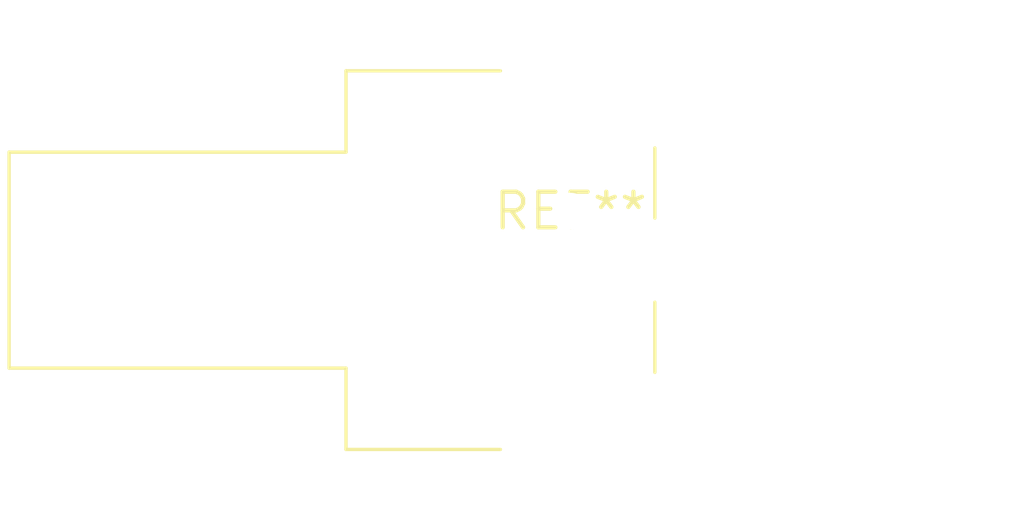
<source format=kicad_pcb>
(kicad_pcb (version 20240108) (generator pcbnew)
  (layers (0 "F.Cu" signal) (31 "B.Cu" signal) (34 "B.Paste" user) (35 "F.Paste" user) (36 "B.SilkS" user "B.Silkscreen") (37 "F.SilkS" user "F.Silkscreen") (38 "B.Mask" user) (39 "F.Mask" user) (44 "Edge.Cuts" user))
  (net 0 "")
  (footprint "Amphenol_M8S-03PMMR-SF8001" (layer "F.Cu") (at 0 0)
    (property "Reference" "REF**")
    (property "Value" "Amphenol_M8S-03PMMR-SF8001")
    (fp_line (start -20 -2.1) (end -8 -2.1) (layer "F.SilkS") (stroke (width 0.12)))
    (fp_line (start -20 5.6) (end -20 -2.1) (layer "F.SilkS") (stroke (width 0.12)))
    (fp_line (start -20 5.6) (end -8 5.6) (layer "F.SilkS") (stroke (width 0.12)))
    (fp_line (start -8 -5) (end -2.5 -5) (layer "F.SilkS") (stroke (width 0.12)))
    (fp_line (start -8 -2.1) (end -8 -5) (layer "F.SilkS") (stroke (width 0.12)))
    (fp_line (start -8 5.6) (end -8 8.5) (layer "F.SilkS") (stroke (width 0.12)))
    (fp_line (start -8 8.5) (end -2.5 8.5) (layer "F.SilkS") (stroke (width 0.12)))
    (fp_line (start 3 0.25) (end 3 -2.25) (layer "F.SilkS") (stroke (width 0.12)))
    (fp_line (start 3 5.75) (end 3 3.25) (layer "F.SilkS") (stroke (width 0.12)))
    (pad "1" thru_hole rect (at 0 0 135) (size 2 2) (drill 1.3) (layers *.Cu *.Mask) (remove_unused_layers))
    (pad "2" thru_hole circle (at 1.95 1.75 90) (size 2 2) (drill 1.3) (layers *.Cu *.Mask) (remove_unused_layers))
    (pad "3" thru_hole circle (at 0 3.5 90) (size 2 2) (drill 1.3) (layers *.Cu *.Mask) (remove_unused_layers))
    (pad "SH" thru_hole circle (at 0.5 -4.5 90) (size 5 5) (drill 3) (layers *.Cu *.Mask) (remove_unused_layers))
    (pad "SH" thru_hole circle (at 0.5 8 90) (size 5 5) (drill 3) (layers *.Cu *.Mask) (remove_unused_layers))
  )
)
</source>
